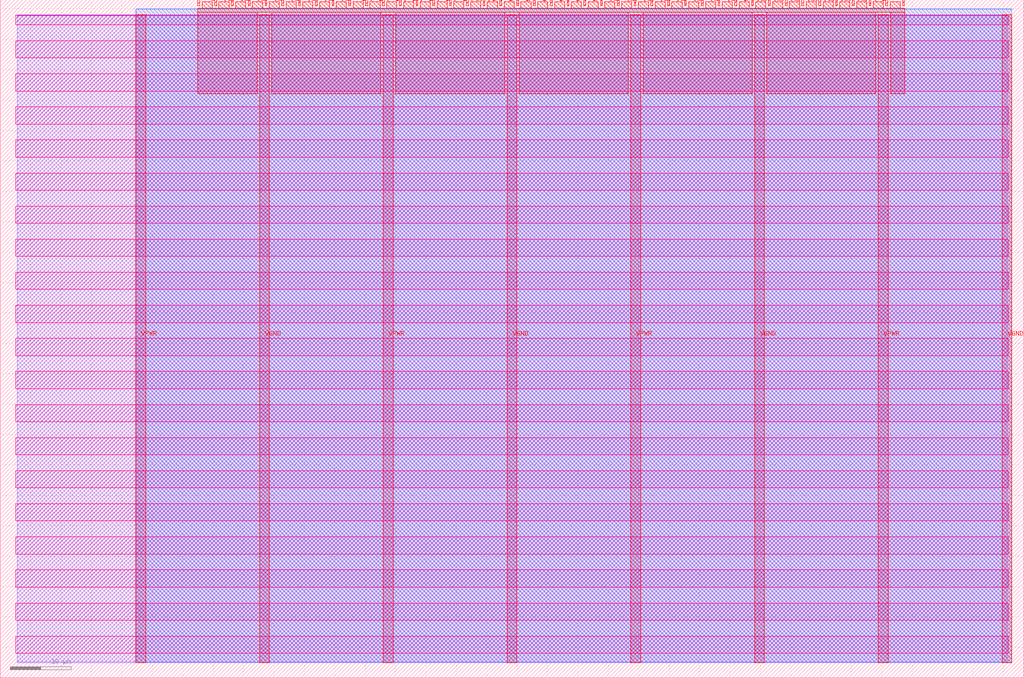
<source format=lef>
VERSION 5.7 ;
  NOWIREEXTENSIONATPIN ON ;
  DIVIDERCHAR "/" ;
  BUSBITCHARS "[]" ;
MACRO tt_um_clkdiv_dup
  CLASS BLOCK ;
  FOREIGN tt_um_clkdiv_dup ;
  ORIGIN 0.000 0.000 ;
  SIZE 168.360 BY 111.520 ;
  PIN VGND
    DIRECTION INOUT ;
    USE GROUND ;
    PORT
      LAYER met4 ;
        RECT 42.670 2.480 44.270 109.040 ;
    END
    PORT
      LAYER met4 ;
        RECT 83.380 2.480 84.980 109.040 ;
    END
    PORT
      LAYER met4 ;
        RECT 124.090 2.480 125.690 109.040 ;
    END
    PORT
      LAYER met4 ;
        RECT 164.800 2.480 166.400 109.040 ;
    END
  END VGND
  PIN VPWR
    DIRECTION INOUT ;
    USE POWER ;
    PORT
      LAYER met4 ;
        RECT 22.315 2.480 23.915 109.040 ;
    END
    PORT
      LAYER met4 ;
        RECT 63.025 2.480 64.625 109.040 ;
    END
    PORT
      LAYER met4 ;
        RECT 103.735 2.480 105.335 109.040 ;
    END
    PORT
      LAYER met4 ;
        RECT 144.445 2.480 146.045 109.040 ;
    END
  END VPWR
  PIN clk
    DIRECTION INPUT ;
    USE SIGNAL ;
    ANTENNAGATEAREA 0.852000 ;
    PORT
      LAYER met4 ;
        RECT 145.670 110.520 145.970 111.520 ;
    END
  END clk
  PIN ena
    DIRECTION INPUT ;
    USE SIGNAL ;
    ANTENNAGATEAREA 0.126000 ;
    PORT
      LAYER met4 ;
        RECT 148.430 110.520 148.730 111.520 ;
    END
  END ena
  PIN rst_n
    DIRECTION INPUT ;
    USE SIGNAL ;
    ANTENNAGATEAREA 0.196500 ;
    PORT
      LAYER met4 ;
        RECT 142.910 110.520 143.210 111.520 ;
    END
  END rst_n
  PIN ui_in[0]
    DIRECTION INPUT ;
    USE SIGNAL ;
    ANTENNAGATEAREA 0.196500 ;
    PORT
      LAYER met4 ;
        RECT 140.150 110.520 140.450 111.520 ;
    END
  END ui_in[0]
  PIN ui_in[1]
    DIRECTION INPUT ;
    USE SIGNAL ;
    ANTENNAGATEAREA 0.196500 ;
    PORT
      LAYER met4 ;
        RECT 137.390 110.520 137.690 111.520 ;
    END
  END ui_in[1]
  PIN ui_in[2]
    DIRECTION INPUT ;
    USE SIGNAL ;
    ANTENNAGATEAREA 0.196500 ;
    PORT
      LAYER met4 ;
        RECT 134.630 110.520 134.930 111.520 ;
    END
  END ui_in[2]
  PIN ui_in[3]
    DIRECTION INPUT ;
    USE SIGNAL ;
    ANTENNAGATEAREA 0.196500 ;
    PORT
      LAYER met4 ;
        RECT 131.870 110.520 132.170 111.520 ;
    END
  END ui_in[3]
  PIN ui_in[4]
    DIRECTION INPUT ;
    USE SIGNAL ;
    ANTENNAGATEAREA 0.196500 ;
    PORT
      LAYER met4 ;
        RECT 129.110 110.520 129.410 111.520 ;
    END
  END ui_in[4]
  PIN ui_in[5]
    DIRECTION INPUT ;
    USE SIGNAL ;
    ANTENNAGATEAREA 0.196500 ;
    PORT
      LAYER met4 ;
        RECT 126.350 110.520 126.650 111.520 ;
    END
  END ui_in[5]
  PIN ui_in[6]
    DIRECTION INPUT ;
    USE SIGNAL ;
    ANTENNAGATEAREA 0.196500 ;
    PORT
      LAYER met4 ;
        RECT 123.590 110.520 123.890 111.520 ;
    END
  END ui_in[6]
  PIN ui_in[7]
    DIRECTION INPUT ;
    USE SIGNAL ;
    ANTENNAGATEAREA 0.196500 ;
    PORT
      LAYER met4 ;
        RECT 120.830 110.520 121.130 111.520 ;
    END
  END ui_in[7]
  PIN uio_in[0]
    DIRECTION INPUT ;
    USE SIGNAL ;
    ANTENNAGATEAREA 0.196500 ;
    PORT
      LAYER met4 ;
        RECT 118.070 110.520 118.370 111.520 ;
    END
  END uio_in[0]
  PIN uio_in[1]
    DIRECTION INPUT ;
    USE SIGNAL ;
    ANTENNAGATEAREA 0.196500 ;
    PORT
      LAYER met4 ;
        RECT 115.310 110.520 115.610 111.520 ;
    END
  END uio_in[1]
  PIN uio_in[2]
    DIRECTION INPUT ;
    USE SIGNAL ;
    ANTENNAGATEAREA 0.196500 ;
    PORT
      LAYER met4 ;
        RECT 112.550 110.520 112.850 111.520 ;
    END
  END uio_in[2]
  PIN uio_in[3]
    DIRECTION INPUT ;
    USE SIGNAL ;
    ANTENNAGATEAREA 0.196500 ;
    PORT
      LAYER met4 ;
        RECT 109.790 110.520 110.090 111.520 ;
    END
  END uio_in[3]
  PIN uio_in[4]
    DIRECTION INPUT ;
    USE SIGNAL ;
    ANTENNAGATEAREA 0.196500 ;
    PORT
      LAYER met4 ;
        RECT 107.030 110.520 107.330 111.520 ;
    END
  END uio_in[4]
  PIN uio_in[5]
    DIRECTION INPUT ;
    USE SIGNAL ;
    ANTENNAGATEAREA 0.196500 ;
    PORT
      LAYER met4 ;
        RECT 104.270 110.520 104.570 111.520 ;
    END
  END uio_in[5]
  PIN uio_in[6]
    DIRECTION INPUT ;
    USE SIGNAL ;
    ANTENNAGATEAREA 0.196500 ;
    PORT
      LAYER met4 ;
        RECT 101.510 110.520 101.810 111.520 ;
    END
  END uio_in[6]
  PIN uio_in[7]
    DIRECTION INPUT ;
    USE SIGNAL ;
    ANTENNAGATEAREA 0.196500 ;
    PORT
      LAYER met4 ;
        RECT 98.750 110.520 99.050 111.520 ;
    END
  END uio_in[7]
  PIN uio_oe[0]
    DIRECTION OUTPUT TRISTATE ;
    USE SIGNAL ;
    PORT
      LAYER met4 ;
        RECT 51.830 110.520 52.130 111.520 ;
    END
  END uio_oe[0]
  PIN uio_oe[1]
    DIRECTION OUTPUT TRISTATE ;
    USE SIGNAL ;
    PORT
      LAYER met4 ;
        RECT 49.070 110.520 49.370 111.520 ;
    END
  END uio_oe[1]
  PIN uio_oe[2]
    DIRECTION OUTPUT TRISTATE ;
    USE SIGNAL ;
    PORT
      LAYER met4 ;
        RECT 46.310 110.520 46.610 111.520 ;
    END
  END uio_oe[2]
  PIN uio_oe[3]
    DIRECTION OUTPUT TRISTATE ;
    USE SIGNAL ;
    PORT
      LAYER met4 ;
        RECT 43.550 110.520 43.850 111.520 ;
    END
  END uio_oe[3]
  PIN uio_oe[4]
    DIRECTION OUTPUT TRISTATE ;
    USE SIGNAL ;
    PORT
      LAYER met4 ;
        RECT 40.790 110.520 41.090 111.520 ;
    END
  END uio_oe[4]
  PIN uio_oe[5]
    DIRECTION OUTPUT TRISTATE ;
    USE SIGNAL ;
    PORT
      LAYER met4 ;
        RECT 38.030 110.520 38.330 111.520 ;
    END
  END uio_oe[5]
  PIN uio_oe[6]
    DIRECTION OUTPUT TRISTATE ;
    USE SIGNAL ;
    PORT
      LAYER met4 ;
        RECT 35.270 110.520 35.570 111.520 ;
    END
  END uio_oe[6]
  PIN uio_oe[7]
    DIRECTION OUTPUT TRISTATE ;
    USE SIGNAL ;
    PORT
      LAYER met4 ;
        RECT 32.510 110.520 32.810 111.520 ;
    END
  END uio_oe[7]
  PIN uio_out[0]
    DIRECTION OUTPUT TRISTATE ;
    USE SIGNAL ;
    PORT
      LAYER met4 ;
        RECT 73.910 110.520 74.210 111.520 ;
    END
  END uio_out[0]
  PIN uio_out[1]
    DIRECTION OUTPUT TRISTATE ;
    USE SIGNAL ;
    PORT
      LAYER met4 ;
        RECT 71.150 110.520 71.450 111.520 ;
    END
  END uio_out[1]
  PIN uio_out[2]
    DIRECTION OUTPUT TRISTATE ;
    USE SIGNAL ;
    PORT
      LAYER met4 ;
        RECT 68.390 110.520 68.690 111.520 ;
    END
  END uio_out[2]
  PIN uio_out[3]
    DIRECTION OUTPUT TRISTATE ;
    USE SIGNAL ;
    PORT
      LAYER met4 ;
        RECT 65.630 110.520 65.930 111.520 ;
    END
  END uio_out[3]
  PIN uio_out[4]
    DIRECTION OUTPUT TRISTATE ;
    USE SIGNAL ;
    PORT
      LAYER met4 ;
        RECT 62.870 110.520 63.170 111.520 ;
    END
  END uio_out[4]
  PIN uio_out[5]
    DIRECTION OUTPUT TRISTATE ;
    USE SIGNAL ;
    PORT
      LAYER met4 ;
        RECT 60.110 110.520 60.410 111.520 ;
    END
  END uio_out[5]
  PIN uio_out[6]
    DIRECTION OUTPUT TRISTATE ;
    USE SIGNAL ;
    PORT
      LAYER met4 ;
        RECT 57.350 110.520 57.650 111.520 ;
    END
  END uio_out[6]
  PIN uio_out[7]
    DIRECTION OUTPUT TRISTATE ;
    USE SIGNAL ;
    PORT
      LAYER met4 ;
        RECT 54.590 110.520 54.890 111.520 ;
    END
  END uio_out[7]
  PIN uo_out[0]
    DIRECTION OUTPUT TRISTATE ;
    USE SIGNAL ;
    ANTENNADIFFAREA 0.795200 ;
    PORT
      LAYER met4 ;
        RECT 95.990 110.520 96.290 111.520 ;
    END
  END uo_out[0]
  PIN uo_out[1]
    DIRECTION OUTPUT TRISTATE ;
    USE SIGNAL ;
    ANTENNADIFFAREA 0.795200 ;
    PORT
      LAYER met4 ;
        RECT 93.230 110.520 93.530 111.520 ;
    END
  END uo_out[1]
  PIN uo_out[2]
    DIRECTION OUTPUT TRISTATE ;
    USE SIGNAL ;
    ANTENNADIFFAREA 0.795200 ;
    PORT
      LAYER met4 ;
        RECT 90.470 110.520 90.770 111.520 ;
    END
  END uo_out[2]
  PIN uo_out[3]
    DIRECTION OUTPUT TRISTATE ;
    USE SIGNAL ;
    ANTENNADIFFAREA 0.445500 ;
    PORT
      LAYER met4 ;
        RECT 87.710 110.520 88.010 111.520 ;
    END
  END uo_out[3]
  PIN uo_out[4]
    DIRECTION OUTPUT TRISTATE ;
    USE SIGNAL ;
    ANTENNADIFFAREA 0.795200 ;
    PORT
      LAYER met4 ;
        RECT 84.950 110.520 85.250 111.520 ;
    END
  END uo_out[4]
  PIN uo_out[5]
    DIRECTION OUTPUT TRISTATE ;
    USE SIGNAL ;
    ANTENNADIFFAREA 0.445500 ;
    PORT
      LAYER met4 ;
        RECT 82.190 110.520 82.490 111.520 ;
    END
  END uo_out[5]
  PIN uo_out[6]
    DIRECTION OUTPUT TRISTATE ;
    USE SIGNAL ;
    ANTENNADIFFAREA 0.795200 ;
    PORT
      LAYER met4 ;
        RECT 79.430 110.520 79.730 111.520 ;
    END
  END uo_out[6]
  PIN uo_out[7]
    DIRECTION OUTPUT TRISTATE ;
    USE SIGNAL ;
    ANTENNADIFFAREA 0.795200 ;
    PORT
      LAYER met4 ;
        RECT 76.670 110.520 76.970 111.520 ;
    END
  END uo_out[7]
  OBS
      LAYER nwell ;
        RECT 2.570 107.385 165.790 108.990 ;
        RECT 2.570 101.945 165.790 104.775 ;
        RECT 2.570 96.505 165.790 99.335 ;
        RECT 2.570 91.065 165.790 93.895 ;
        RECT 2.570 85.625 165.790 88.455 ;
        RECT 2.570 80.185 165.790 83.015 ;
        RECT 2.570 74.745 165.790 77.575 ;
        RECT 2.570 69.305 165.790 72.135 ;
        RECT 2.570 63.865 165.790 66.695 ;
        RECT 2.570 58.425 165.790 61.255 ;
        RECT 2.570 52.985 165.790 55.815 ;
        RECT 2.570 47.545 165.790 50.375 ;
        RECT 2.570 42.105 165.790 44.935 ;
        RECT 2.570 36.665 165.790 39.495 ;
        RECT 2.570 31.225 165.790 34.055 ;
        RECT 2.570 25.785 165.790 28.615 ;
        RECT 2.570 20.345 165.790 23.175 ;
        RECT 2.570 14.905 165.790 17.735 ;
        RECT 2.570 9.465 165.790 12.295 ;
        RECT 2.570 4.025 165.790 6.855 ;
      LAYER li1 ;
        RECT 2.760 2.635 165.600 108.885 ;
      LAYER met1 ;
        RECT 2.760 2.480 166.400 109.040 ;
      LAYER met2 ;
        RECT 22.345 2.535 166.370 110.005 ;
      LAYER met3 ;
        RECT 22.325 2.555 166.390 109.985 ;
      LAYER met4 ;
        RECT 33.210 110.120 34.870 111.170 ;
        RECT 35.970 110.120 37.630 111.170 ;
        RECT 38.730 110.120 40.390 111.170 ;
        RECT 41.490 110.120 43.150 111.170 ;
        RECT 44.250 110.120 45.910 111.170 ;
        RECT 47.010 110.120 48.670 111.170 ;
        RECT 49.770 110.120 51.430 111.170 ;
        RECT 52.530 110.120 54.190 111.170 ;
        RECT 55.290 110.120 56.950 111.170 ;
        RECT 58.050 110.120 59.710 111.170 ;
        RECT 60.810 110.120 62.470 111.170 ;
        RECT 63.570 110.120 65.230 111.170 ;
        RECT 66.330 110.120 67.990 111.170 ;
        RECT 69.090 110.120 70.750 111.170 ;
        RECT 71.850 110.120 73.510 111.170 ;
        RECT 74.610 110.120 76.270 111.170 ;
        RECT 77.370 110.120 79.030 111.170 ;
        RECT 80.130 110.120 81.790 111.170 ;
        RECT 82.890 110.120 84.550 111.170 ;
        RECT 85.650 110.120 87.310 111.170 ;
        RECT 88.410 110.120 90.070 111.170 ;
        RECT 91.170 110.120 92.830 111.170 ;
        RECT 93.930 110.120 95.590 111.170 ;
        RECT 96.690 110.120 98.350 111.170 ;
        RECT 99.450 110.120 101.110 111.170 ;
        RECT 102.210 110.120 103.870 111.170 ;
        RECT 104.970 110.120 106.630 111.170 ;
        RECT 107.730 110.120 109.390 111.170 ;
        RECT 110.490 110.120 112.150 111.170 ;
        RECT 113.250 110.120 114.910 111.170 ;
        RECT 116.010 110.120 117.670 111.170 ;
        RECT 118.770 110.120 120.430 111.170 ;
        RECT 121.530 110.120 123.190 111.170 ;
        RECT 124.290 110.120 125.950 111.170 ;
        RECT 127.050 110.120 128.710 111.170 ;
        RECT 129.810 110.120 131.470 111.170 ;
        RECT 132.570 110.120 134.230 111.170 ;
        RECT 135.330 110.120 136.990 111.170 ;
        RECT 138.090 110.120 139.750 111.170 ;
        RECT 140.850 110.120 142.510 111.170 ;
        RECT 143.610 110.120 145.270 111.170 ;
        RECT 146.370 110.120 148.030 111.170 ;
        RECT 32.495 109.440 148.745 110.120 ;
        RECT 32.495 96.055 42.270 109.440 ;
        RECT 44.670 96.055 62.625 109.440 ;
        RECT 65.025 96.055 82.980 109.440 ;
        RECT 85.380 96.055 103.335 109.440 ;
        RECT 105.735 96.055 123.690 109.440 ;
        RECT 126.090 96.055 144.045 109.440 ;
        RECT 146.445 96.055 148.745 109.440 ;
  END
END tt_um_clkdiv_dup
END LIBRARY


</source>
